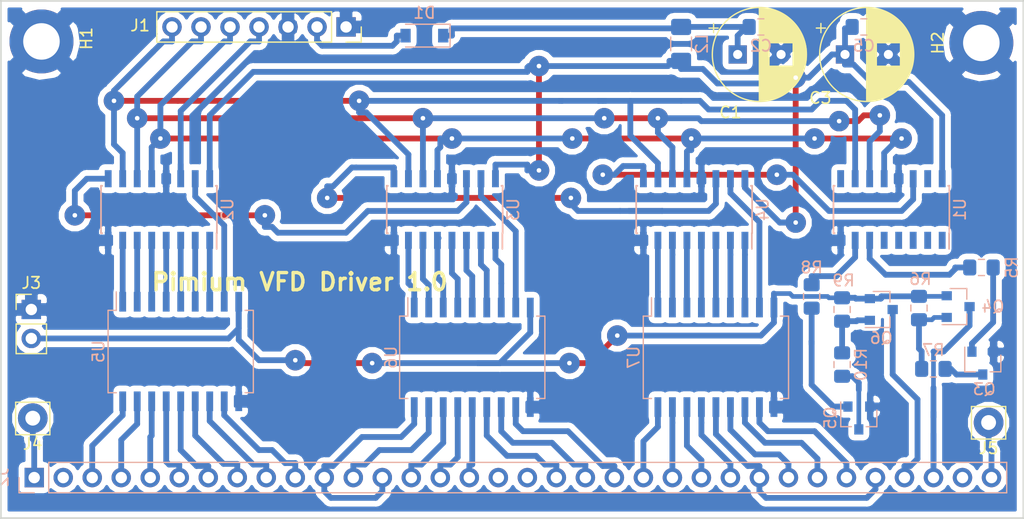
<source format=kicad_pcb>
(kicad_pcb (version 20171130) (host pcbnew 5.0.2-bee76a0~70~ubuntu16.04.1)
  (layers (0 F.Cu signal) (31 B.Cu signal hide) (34 B.Paste user) (35 F.Paste user) (36 B.SilkS user) (37 F.SilkS user) (38 B.Mask user) (39 F.Mask user) (44 Edge.Cuts user))
  (net 0 "")
  (net 1 GND)
  (net 2 VCC)
  (net 3 +36V)
  (net 4 /S9)
  (net 5 /G7)
  (net 6 /S6)
  (net 7 /S5)
  (net 8 /G5)
  (net 9 /S1)
  (net 10 /g)
  (net 11 /f)
  (net 12 /G2)
  (net 13 /c)
  (net 14 /b)
  (net 15 /S12)
  (net 16 /S11)
  (net 17 /S8)
  (net 18 /S7)
  (net 19 /G6)
  (net 20 /S4)
  (net 21 /S3)
  (net 22 /S2)
  (net 23 /G4)
  (net 24 /G3)
  (net 25 /e)
  (net 26 /d)
  (net 27 /G1)
  (net 28 /S10)
  (net 29 /RCLK)
  (net 30 /SRCLK)
  (net 31 /DATA)
  (net 32 "Net-(Q3-Pad1)")
  (net 33 "Net-(Q3-Pad3)")
  (net 34 "Net-(Q4-Pad1)")
  (net 35 "Net-(Q5-Pad1)")
  (net 36 "Net-(Q5-Pad3)")
  (net 37 "Net-(Q6-Pad1)")
  (net 38 /Q2)
  (net 39 /Q0)
  (net 40 /Q1)
  (net 41 /Q1B)
  (net 42 /Q1C)
  (net 43 /Q1D)
  (net 44 /Q1E)
  (net 45 /Q1F)
  (net 46 /Q1G)
  (net 47 /Q1H)
  (net 48 /Q1A)
  (net 49 /Q2A)
  (net 50 /Q2H)
  (net 51 /Q2G)
  (net 52 /Q2F)
  (net 53 /Q2E)
  (net 54 /Q2D)
  (net 55 /Q2C)
  (net 56 /Q2B)
  (net 57 /Q3B)
  (net 58 /Q3C)
  (net 59 /Q3D)
  (net 60 /Q3E)
  (net 61 /Q3F)
  (net 62 /Q3G)
  (net 63 /Q3H)
  (net 64 /Q3A)
  (net 65 /a)
  (net 66 VDD)
  (net 67 "Net-(J2-Pad1)")
  (net 68 "Net-(J2-Pad34)")
  (net 69 /~SRCLR)
  (net 70 /Q4G)
  (net 71 /Q4H)
  (net 72 "Net-(C1-Pad1)")
  (module Diode_SMD:D_SOD-123 (layer B.Cu) (at 70.739 32.004 180)
    (fp_text reference D1 (at 0 2 180) (layer B.SilkS) (effects (justify mirror)))
    (fp_text value SD103BW)
    (pad 1 smd rect (at -1.65 0 180) (size 0.9 1.2) (layers B.Cu B.Paste B.Mask) (net 72 "Net-(C1-Pad1)"))
    (pad 2 smd rect (at 1.65 0 180) (size 0.9 1.2) (layers B.Cu B.Paste B.Mask) (net 66 VDD))
  )
  (module Capacitor_THT:CP_Radial_D8.0mm_P3.80mm (layer F.Cu) (at 98.171 33.655)
    (fp_text reference C1 (at -0.635 5.08) (layer F.SilkS))
    (fp_text value 10u)
    (pad 1 thru_hole rect (at 0 0) (size 1.6 1.6) (drill 0.8) (layers *.Cu *.Mask) (net 72 "Net-(C1-Pad1)"))
    (pad 2 thru_hole circle (at 3.8 0) (size 1.6 1.6) (drill 0.8) (layers *.Cu *.Mask) (net 1 GND))
  )
  (module Connector_PinSocket_2.54mm:PinSocket_1x34_P2.54mm_Vertical (layer B.Cu) (at 36.576 70.739 270)
    (fp_text reference J2 (at 0 2.77 270) (layer B.SilkS) (effects (justify mirror)))
    (fp_text value futaba_7_lt_44z)
    (pad 1 thru_hole rect (at 0 0 270) (size 1.7 1.7) (drill 1) (layers *.Cu *.Mask) (net 67 "Net-(J2-Pad1)"))
    (pad 2 thru_hole oval (at 0 -2.54 270) (size 1.7 1.7) (drill 1) (layers *.Cu *.Mask))
    (pad 3 thru_hole oval (at 0 -5.08 270) (size 1.7 1.7) (drill 1) (layers *.Cu *.Mask) (net 4 /S9))
    (pad 4 thru_hole oval (at 0 -7.62 270) (size 1.7 1.7) (drill 1) (layers *.Cu *.Mask) (net 17 /S8))
    (pad 5 thru_hole oval (at 0 -10.16 270) (size 1.7 1.7) (drill 1) (layers *.Cu *.Mask) (net 5 /G7))
    (pad 6 thru_hole oval (at 0 -12.7 270) (size 1.7 1.7) (drill 1) (layers *.Cu *.Mask) (net 18 /S7))
    (pad 7 thru_hole oval (at 0 -15.24 270) (size 1.7 1.7) (drill 1) (layers *.Cu *.Mask) (net 6 /S6))
    (pad 8 thru_hole oval (at 0 -17.78 270) (size 1.7 1.7) (drill 1) (layers *.Cu *.Mask) (net 19 /G6))
    (pad 9 thru_hole oval (at 0 -20.32 270) (size 1.7 1.7) (drill 1) (layers *.Cu *.Mask) (net 7 /S5))
    (pad 10 thru_hole oval (at 0 -22.86 270) (size 1.7 1.7) (drill 1) (layers *.Cu *.Mask) (net 20 /S4))
    (pad 11 thru_hole oval (at 0 -25.4 270) (size 1.7 1.7) (drill 1) (layers *.Cu *.Mask) (net 8 /G5))
    (pad 12 thru_hole oval (at 0 -27.94 270) (size 1.7 1.7) (drill 1) (layers *.Cu *.Mask) (net 21 /S3))
    (pad 13 thru_hole oval (at 0 -30.48 270) (size 1.7 1.7) (drill 1) (layers *.Cu *.Mask) (net 8 /G5))
    (pad 14 thru_hole oval (at 0 -33.02 270) (size 1.7 1.7) (drill 1) (layers *.Cu *.Mask) (net 22 /S2))
    (pad 15 thru_hole oval (at 0 -35.56 270) (size 1.7 1.7) (drill 1) (layers *.Cu *.Mask) (net 9 /S1))
    (pad 16 thru_hole oval (at 0 -38.1 270) (size 1.7 1.7) (drill 1) (layers *.Cu *.Mask) (net 23 /G4))
    (pad 17 thru_hole oval (at 0 -40.64 270) (size 1.7 1.7) (drill 1) (layers *.Cu *.Mask))
    (pad 18 thru_hole oval (at 0 -43.18 270) (size 1.7 1.7) (drill 1) (layers *.Cu *.Mask))
    (pad 19 thru_hole oval (at 0 -45.72 270) (size 1.7 1.7) (drill 1) (layers *.Cu *.Mask) (net 10 /g))
    (pad 20 thru_hole oval (at 0 -48.26 270) (size 1.7 1.7) (drill 1) (layers *.Cu *.Mask) (net 24 /G3))
    (pad 21 thru_hole oval (at 0 -50.8 270) (size 1.7 1.7) (drill 1) (layers *.Cu *.Mask) (net 11 /f))
    (pad 22 thru_hole oval (at 0 -53.34 270) (size 1.7 1.7) (drill 1) (layers *.Cu *.Mask) (net 25 /e))
    (pad 23 thru_hole oval (at 0 -55.88 270) (size 1.7 1.7) (drill 1) (layers *.Cu *.Mask) (net 12 /G2))
    (pad 24 thru_hole oval (at 0 -58.42 270) (size 1.7 1.7) (drill 1) (layers *.Cu *.Mask) (net 26 /d))
    (pad 25 thru_hole oval (at 0 -60.96 270) (size 1.7 1.7) (drill 1) (layers *.Cu *.Mask) (net 13 /c))
    (pad 26 thru_hole oval (at 0 -63.5 270) (size 1.7 1.7) (drill 1) (layers *.Cu *.Mask) (net 27 /G1))
    (pad 27 thru_hole oval (at 0 -66.04 270) (size 1.7 1.7) (drill 1) (layers *.Cu *.Mask) (net 14 /b))
    (pad 28 thru_hole oval (at 0 -68.58 270) (size 1.7 1.7) (drill 1) (layers *.Cu *.Mask) (net 65 /a))
    (pad 29 thru_hole oval (at 0 -71.12 270) (size 1.7 1.7) (drill 1) (layers *.Cu *.Mask) (net 15 /S12))
    (pad 30 thru_hole oval (at 0 -73.66 270) (size 1.7 1.7) (drill 1) (layers *.Cu *.Mask) (net 27 /G1))
    (pad 31 thru_hole oval (at 0 -76.2 270) (size 1.7 1.7) (drill 1) (layers *.Cu *.Mask) (net 16 /S11))
    (pad 32 thru_hole oval (at 0 -78.74 270) (size 1.7 1.7) (drill 1) (layers *.Cu *.Mask) (net 28 /S10))
    (pad 33 thru_hole oval (at 0 -81.28 270) (size 1.7 1.7) (drill 1) (layers *.Cu *.Mask))
    (pad 34 thru_hole oval (at 0 -83.82 270) (size 1.7 1.7) (drill 1) (layers *.Cu *.Mask) (net 68 "Net-(J2-Pad34)"))
  )
  (module Resistor_SMD:R_0805_2012Metric_Pad1.15x1.40mm_HandSolder (layer B.Cu) (at 119.516 52.324)
    (fp_text reference R5 (at 2.658 0 90) (layer B.SilkS) (effects (justify mirror)))
    (fp_text value 33k)
    (pad 2 smd roundrect (at 1.025 0) (size 1.15 1.4) (layers B.Cu B.Paste B.Mask) (roundrect_rratio 0.217391) (net 32 "Net-(Q3-Pad1)"))
    (pad 1 smd roundrect (at -1.025 0) (size 1.15 1.4) (layers B.Cu B.Paste B.Mask) (roundrect_rratio 0.217391) (net 70 /Q4G))
  )
  (module Package_SO:SOIC-16_3.9x9.9mm_P1.27mm (layer B.Cu) (at 47.498 47.244 90)
    (fp_text reference U2 (at 0 6 90) (layer B.SilkS) (effects (justify mirror)))
    (fp_text value 74HC595)
    (pad 1 smd rect (at -2.7 4.445 90) (size 1.5 0.6) (layers B.Cu B.Paste B.Mask) (net 41 /Q1B))
    (pad 2 smd rect (at -2.7 3.175 90) (size 1.5 0.6) (layers B.Cu B.Paste B.Mask) (net 42 /Q1C))
    (pad 3 smd rect (at -2.7 1.905 90) (size 1.5 0.6) (layers B.Cu B.Paste B.Mask) (net 43 /Q1D))
    (pad 4 smd rect (at -2.7 0.635 90) (size 1.5 0.6) (layers B.Cu B.Paste B.Mask) (net 44 /Q1E))
    (pad 5 smd rect (at -2.7 -0.635 90) (size 1.5 0.6) (layers B.Cu B.Paste B.Mask) (net 45 /Q1F))
    (pad 6 smd rect (at -2.7 -1.905 90) (size 1.5 0.6) (layers B.Cu B.Paste B.Mask) (net 46 /Q1G))
    (pad 7 smd rect (at -2.7 -3.175 90) (size 1.5 0.6) (layers B.Cu B.Paste B.Mask) (net 47 /Q1H))
    (pad 8 smd rect (at -2.7 -4.445 90) (size 1.5 0.6) (layers B.Cu B.Paste B.Mask) (net 1 GND))
    (pad 9 smd rect (at 2.7 -4.445 90) (size 1.5 0.6) (layers B.Cu B.Paste B.Mask) (net 39 /Q0))
    (pad 10 smd rect (at 2.7 -3.175 90) (size 1.5 0.6) (layers B.Cu B.Paste B.Mask) (net 69 /~SRCLR))
    (pad 11 smd rect (at 2.7 -1.905 90) (size 1.5 0.6) (layers B.Cu B.Paste B.Mask) (net 30 /SRCLK))
    (pad 12 smd rect (at 2.7 -0.635 90) (size 1.5 0.6) (layers B.Cu B.Paste B.Mask) (net 29 /RCLK))
    (pad 13 smd rect (at 2.7 0.635 90) (size 1.5 0.6) (layers B.Cu B.Paste B.Mask) (net 1 GND))
    (pad 14 smd rect (at 2.7 1.905 90) (size 1.5 0.6) (layers B.Cu B.Paste B.Mask) (net 31 /DATA))
    (pad 15 smd rect (at 2.7 3.175 90) (size 1.5 0.6) (layers B.Cu B.Paste B.Mask) (net 48 /Q1A))
    (pad 16 smd rect (at 2.7 4.445 90) (size 1.5 0.6) (layers B.Cu B.Paste B.Mask) (net 2 VCC))
  )
  (module Package_TO_SOT_SMD:SOT-23 (layer B.Cu) (at 119.634 60.706 270)
    (fp_text reference Q3 (at 2.286 -0.127) (layer B.SilkS) (effects (justify mirror)))
    (fp_text value BC817)
    (pad 1 smd rect (at -1 0.95 270) (size 0.9 0.8) (layers B.Cu B.Paste B.Mask) (net 32 "Net-(Q3-Pad1)"))
    (pad 2 smd rect (at -1 -0.95 270) (size 0.9 0.8) (layers B.Cu B.Paste B.Mask) (net 1 GND))
    (pad 3 smd rect (at 1 0 270) (size 0.9 0.8) (layers B.Cu B.Paste B.Mask) (net 33 "Net-(Q3-Pad3)"))
  )
  (module Package_TO_SOT_SMD:SOT-23 (layer B.Cu) (at 117.475 55.753)
    (fp_text reference Q4 (at 3.048 0) (layer B.SilkS) (effects (justify mirror)))
    (fp_text value BC807)
    (pad 3 smd rect (at 1 0) (size 0.9 0.8) (layers B.Cu B.Paste B.Mask) (net 28 /S10))
    (pad 2 smd rect (at -1 -0.95) (size 0.9 0.8) (layers B.Cu B.Paste B.Mask) (net 3 +36V))
    (pad 1 smd rect (at -1 0.95) (size 0.9 0.8) (layers B.Cu B.Paste B.Mask) (net 34 "Net-(Q4-Pad1)"))
  )
  (module Package_TO_SOT_SMD:SOT-23 (layer B.Cu) (at 108.778 65.516 270)
    (fp_text reference Q5 (at 0 2.5 270) (layer B.SilkS) (effects (justify mirror)))
    (fp_text value BC817)
    (pad 1 smd rect (at -1 0.95 270) (size 0.9 0.8) (layers B.Cu B.Paste B.Mask) (net 35 "Net-(Q5-Pad1)"))
    (pad 2 smd rect (at -1 -0.95 270) (size 0.9 0.8) (layers B.Cu B.Paste B.Mask) (net 1 GND))
    (pad 3 smd rect (at 1 0 270) (size 0.9 0.8) (layers B.Cu B.Paste B.Mask) (net 36 "Net-(Q5-Pad3)"))
  )
  (module Package_TO_SOT_SMD:SOT-23 (layer B.Cu) (at 110.744 56.007)
    (fp_text reference Q6 (at 0 2.5) (layer B.SilkS) (effects (justify mirror)))
    (fp_text value BC807)
    (pad 3 smd rect (at 1 0) (size 0.9 0.8) (layers B.Cu B.Paste B.Mask) (net 16 /S11))
    (pad 2 smd rect (at -1 -0.95) (size 0.9 0.8) (layers B.Cu B.Paste B.Mask) (net 3 +36V))
    (pad 1 smd rect (at -1 0.95) (size 0.9 0.8) (layers B.Cu B.Paste B.Mask) (net 37 "Net-(Q6-Pad1)"))
  )
  (module Resistor_SMD:R_0805_2012Metric_Pad1.15x1.40mm_HandSolder (layer B.Cu) (at 114.046 55.88 270)
    (fp_text reference R6 (at -2.54 -0.127) (layer B.SilkS) (effects (justify mirror)))
    (fp_text value 100k)
    (pad 2 smd roundrect (at 1.025 0 270) (size 1.15 1.4) (layers B.Cu B.Paste B.Mask) (roundrect_rratio 0.217391) (net 34 "Net-(Q4-Pad1)"))
    (pad 1 smd roundrect (at -1.025 0 270) (size 1.15 1.4) (layers B.Cu B.Paste B.Mask) (roundrect_rratio 0.217391) (net 3 +36V))
  )
  (module Resistor_SMD:R_0805_2012Metric_Pad1.15x1.40mm_HandSolder (layer B.Cu) (at 115.307 61.214 180)
    (fp_text reference R7 (at 0 1.65 180) (layer B.SilkS) (effects (justify mirror)))
    (fp_text value 33k)
    (pad 1 smd roundrect (at -1.025 0 180) (size 1.15 1.4) (layers B.Cu B.Paste B.Mask) (roundrect_rratio 0.217391) (net 33 "Net-(Q3-Pad3)"))
    (pad 2 smd roundrect (at 1.025 0 180) (size 1.15 1.4) (layers B.Cu B.Paste B.Mask) (roundrect_rratio 0.217391) (net 34 "Net-(Q4-Pad1)"))
  )
  (module Resistor_SMD:R_0805_2012Metric_Pad1.15x1.40mm_HandSolder (layer B.Cu) (at 104.648 54.864 270)
    (fp_text reference R8 (at -2.54 0) (layer B.SilkS) (effects (justify mirror)))
    (fp_text value 33k)
    (pad 1 smd roundrect (at -1.025 0 270) (size 1.15 1.4) (layers B.Cu B.Paste B.Mask) (roundrect_rratio 0.217391) (net 71 /Q4H))
    (pad 2 smd roundrect (at 1.025 0 270) (size 1.15 1.4) (layers B.Cu B.Paste B.Mask) (roundrect_rratio 0.217391) (net 35 "Net-(Q5-Pad1)"))
  )
  (module Resistor_SMD:R_0805_2012Metric_Pad1.15x1.40mm_HandSolder (layer B.Cu) (at 107.315 56.007 270)
    (fp_text reference R9 (at -2.54 -0.127) (layer B.SilkS) (effects (justify mirror)))
    (fp_text value 100k)
    (pad 1 smd roundrect (at -1.025 0 270) (size 1.15 1.4) (layers B.Cu B.Paste B.Mask) (roundrect_rratio 0.217391) (net 3 +36V))
    (pad 2 smd roundrect (at 1.025 0 270) (size 1.15 1.4) (layers B.Cu B.Paste B.Mask) (roundrect_rratio 0.217391) (net 37 "Net-(Q6-Pad1)"))
  )
  (module Resistor_SMD:R_0805_2012Metric_Pad1.15x1.40mm_HandSolder (layer B.Cu) (at 107.315 60.833 90)
    (fp_text reference R10 (at 0 1.65 90) (layer B.SilkS) (effects (justify mirror)))
    (fp_text value 33k)
    (pad 2 smd roundrect (at 1.025 0 90) (size 1.15 1.4) (layers B.Cu B.Paste B.Mask) (roundrect_rratio 0.217391) (net 37 "Net-(Q6-Pad1)"))
    (pad 1 smd roundrect (at -1.025 0 90) (size 1.15 1.4) (layers B.Cu B.Paste B.Mask) (roundrect_rratio 0.217391) (net 36 "Net-(Q5-Pad3)"))
  )
  (module Package_SO:SOIC-16_3.9x9.9mm_P1.27mm (layer B.Cu) (at 72.517 47.244 90)
    (fp_text reference U3 (at 0 6 90) (layer B.SilkS) (effects (justify mirror)))
    (fp_text value 74HC595)
    (pad 16 smd rect (at 2.7 4.445 90) (size 1.5 0.6) (layers B.Cu B.Paste B.Mask) (net 2 VCC))
    (pad 15 smd rect (at 2.7 3.175 90) (size 1.5 0.6) (layers B.Cu B.Paste B.Mask) (net 49 /Q2A))
    (pad 14 smd rect (at 2.7 1.905 90) (size 1.5 0.6) (layers B.Cu B.Paste B.Mask) (net 39 /Q0))
    (pad 13 smd rect (at 2.7 0.635 90) (size 1.5 0.6) (layers B.Cu B.Paste B.Mask) (net 1 GND))
    (pad 12 smd rect (at 2.7 -0.635 90) (size 1.5 0.6) (layers B.Cu B.Paste B.Mask) (net 29 /RCLK))
    (pad 11 smd rect (at 2.7 -1.905 90) (size 1.5 0.6) (layers B.Cu B.Paste B.Mask) (net 30 /SRCLK))
    (pad 10 smd rect (at 2.7 -3.175 90) (size 1.5 0.6) (layers B.Cu B.Paste B.Mask) (net 69 /~SRCLR))
    (pad 9 smd rect (at 2.7 -4.445 90) (size 1.5 0.6) (layers B.Cu B.Paste B.Mask) (net 40 /Q1))
    (pad 8 smd rect (at -2.7 -4.445 90) (size 1.5 0.6) (layers B.Cu B.Paste B.Mask) (net 1 GND))
    (pad 7 smd rect (at -2.7 -3.175 90) (size 1.5 0.6) (layers B.Cu B.Paste B.Mask) (net 50 /Q2H))
    (pad 6 smd rect (at -2.7 -1.905 90) (size 1.5 0.6) (layers B.Cu B.Paste B.Mask) (net 51 /Q2G))
    (pad 5 smd rect (at -2.7 -0.635 90) (size 1.5 0.6) (layers B.Cu B.Paste B.Mask) (net 52 /Q2F))
    (pad 4 smd rect (at -2.7 0.635 90) (size 1.5 0.6) (layers B.Cu B.Paste B.Mask) (net 53 /Q2E))
    (pad 3 smd rect (at -2.7 1.905 90) (size 1.5 0.6) (layers B.Cu B.Paste B.Mask) (net 54 /Q2D))
    (pad 2 smd rect (at -2.7 3.175 90) (size 1.5 0.6) (layers B.Cu B.Paste B.Mask) (net 55 /Q2C))
    (pad 1 smd rect (at -2.7 4.445 90) (size 1.5 0.6) (layers B.Cu B.Paste B.Mask) (net 56 /Q2B))
  )
  (module Package_SO:SOIC-16_3.9x9.9mm_P1.27mm (layer B.Cu) (at 94.361 47.244 90)
    (fp_text reference U4 (at 0 6 90) (layer B.SilkS) (effects (justify mirror)))
    (fp_text value 74HC595)
    (pad 1 smd rect (at -2.7 4.445 90) (size 1.5 0.6) (layers B.Cu B.Paste B.Mask) (net 57 /Q3B))
    (pad 2 smd rect (at -2.7 3.175 90) (size 1.5 0.6) (layers B.Cu B.Paste B.Mask) (net 58 /Q3C))
    (pad 3 smd rect (at -2.7 1.905 90) (size 1.5 0.6) (layers B.Cu B.Paste B.Mask) (net 59 /Q3D))
    (pad 4 smd rect (at -2.7 0.635 90) (size 1.5 0.6) (layers B.Cu B.Paste B.Mask) (net 60 /Q3E))
    (pad 5 smd rect (at -2.7 -0.635 90) (size 1.5 0.6) (layers B.Cu B.Paste B.Mask) (net 61 /Q3F))
    (pad 6 smd rect (at -2.7 -1.905 90) (size 1.5 0.6) (layers B.Cu B.Paste B.Mask) (net 62 /Q3G))
    (pad 7 smd rect (at -2.7 -3.175 90) (size 1.5 0.6) (layers B.Cu B.Paste B.Mask) (net 63 /Q3H))
    (pad 8 smd rect (at -2.7 -4.445 90) (size 1.5 0.6) (layers B.Cu B.Paste B.Mask) (net 1 GND))
    (pad 9 smd rect (at 2.7 -4.445 90) (size 1.5 0.6) (layers B.Cu B.Paste B.Mask) (net 38 /Q2))
    (pad 10 smd rect (at 2.7 -3.175 90) (size 1.5 0.6) (layers B.Cu B.Paste B.Mask) (net 69 /~SRCLR))
    (pad 11 smd rect (at 2.7 -1.905 90) (size 1.5 0.6) (layers B.Cu B.Paste B.Mask) (net 30 /SRCLK))
    (pad 12 smd rect (at 2.7 -0.635 90) (size 1.5 0.6) (layers B.Cu B.Paste B.Mask) (net 29 /RCLK))
    (pad 13 smd rect (at 2.7 0.635 90) (size 1.5 0.6) (layers B.Cu B.Paste B.Mask) (net 1 GND))
    (pad 14 smd rect (at 2.7 1.905 90) (size 1.5 0.6) (layers B.Cu B.Paste B.Mask) (net 40 /Q1))
    (pad 15 smd rect (at 2.7 3.175 90) (size 1.5 0.6) (layers B.Cu B.Paste B.Mask) (net 64 /Q3A))
    (pad 16 smd rect (at 2.7 4.445 90) (size 1.5 0.6) (layers B.Cu B.Paste B.Mask) (net 2 VCC))
  )
  (module Package_SO:SOP-18_7.0x12.5mm_P1.27mm (layer B.Cu) (at 49.403 59.69 270)
    (fp_text reference U5 (at 0 7.2 270) (layer B.SilkS) (effects (justify mirror)))
    (fp_text value TBD62783A)
    (pad 1 smd rect (at -4.3625 5.08 270) (size 1.725 0.6) (layers B.Cu B.Paste B.Mask) (net 47 /Q1H))
    (pad 2 smd rect (at -4.3625 3.81 270) (size 1.725 0.6) (layers B.Cu B.Paste B.Mask) (net 46 /Q1G))
    (pad 3 smd rect (at -4.3625 2.54 270) (size 1.725 0.6) (layers B.Cu B.Paste B.Mask) (net 45 /Q1F))
    (pad 4 smd rect (at -4.3625 1.27 270) (size 1.725 0.6) (layers B.Cu B.Paste B.Mask) (net 44 /Q1E))
    (pad 5 smd rect (at -4.3625 0 270) (size 1.725 0.6) (layers B.Cu B.Paste B.Mask) (net 43 /Q1D))
    (pad 6 smd rect (at -4.3625 -1.27 270) (size 1.725 0.6) (layers B.Cu B.Paste B.Mask) (net 42 /Q1C))
    (pad 7 smd rect (at -4.3625 -2.54 270) (size 1.725 0.6) (layers B.Cu B.Paste B.Mask) (net 41 /Q1B))
    (pad 8 smd rect (at -4.3625 -3.81 270) (size 1.725 0.6) (layers B.Cu B.Paste B.Mask) (net 48 /Q1A))
    (pad 9 smd rect (at -4.3625 -5.08 270) (size 1.725 0.6) (layers B.Cu B.Paste B.Mask) (net 3 +36V))
    (pad 18 smd rect (at 4.3625 5.08 270) (size 1.725 0.6) (layers B.Cu B.Paste B.Mask) (net 4 /S9))
    (pad 17 smd rect (at 4.3625 3.81 270) (size 1.725 0.6) (layers B.Cu B.Paste B.Mask) (net 17 /S8))
    (pad 16 smd rect (at 4.3625 2.54 270) (size 1.725 0.6) (layers B.Cu B.Paste B.Mask) (net 5 /G7))
    (pad 15 smd rect (at 4.3625 1.27 270) (size 1.725 0.6) (layers B.Cu B.Paste B.Mask) (net 18 /S7))
    (pad 14 smd rect (at 4.3625 0 270) (size 1.725 0.6) (layers B.Cu B.Paste B.Mask) (net 6 /S6))
    (pad 13 smd rect (at 4.3625 -1.27 270) (size 1.725 0.6) (layers B.Cu B.Paste B.Mask) (net 19 /G6))
    (pad 12 smd rect (at 4.3625 -2.54 270) (size 1.725 0.6) (layers B.Cu B.Paste B.Mask) (net 7 /S5))
    (pad 11 smd rect (at 4.3625 -3.81 270) (size 1.725 0.6) (layers B.Cu B.Paste B.Mask) (net 20 /S4))
    (pad 10 smd rect (at 4.3625 -5.08 270) (size 1.725 0.6) (layers B.Cu B.Paste B.Mask) (net 1 GND))
  )
  (module Package_SO:SOP-18_7.0x12.5mm_P1.27mm (layer B.Cu) (at 74.93 60.198 270)
    (fp_text reference U6 (at 0 7.112 90) (layer B.SilkS) (effects (justify mirror)))
    (fp_text value TBD62783A)
    (pad 10 smd rect (at 4.3625 -5.08 270) (size 1.725 0.6) (layers B.Cu B.Paste B.Mask) (net 1 GND))
    (pad 11 smd rect (at 4.3625 -3.81 270) (size 1.725 0.6) (layers B.Cu B.Paste B.Mask) (net 11 /f))
    (pad 12 smd rect (at 4.3625 -2.54 270) (size 1.725 0.6) (layers B.Cu B.Paste B.Mask) (net 24 /G3))
    (pad 13 smd rect (at 4.3625 -1.27 270) (size 1.725 0.6) (layers B.Cu B.Paste B.Mask) (net 10 /g))
    (pad 14 smd rect (at 4.3625 0 270) (size 1.725 0.6) (layers B.Cu B.Paste B.Mask) (net 23 /G4))
    (pad 15 smd rect (at 4.3625 1.27 270) (size 1.725 0.6) (layers B.Cu B.Paste B.Mask) (net 9 /S1))
    (pad 16 smd rect (at 4.3625 2.54 270) (size 1.725 0.6) (layers B.Cu B.Paste B.Mask) (net 22 /S2))
    (pad 17 smd rect (at 4.3625 3.81 270) (size 1.725 0.6) (layers B.Cu B.Paste B.Mask) (net 21 /S3))
    (pad 18 smd rect (at 4.3625 5.08 270) (size 1.725 0.6) (layers B.Cu B.Paste B.Mask) (net 8 /G5))
    (pad 9 smd rect (at -4.3625 -5.08 270) (size 1.725 0.6) (layers B.Cu B.Paste B.Mask) (net 3 +36V))
    (pad 8 smd rect (at -4.3625 -3.81 270) (size 1.725 0.6) (layers B.Cu B.Paste B.Mask) (net 49 /Q2A))
    (pad 7 smd rect (at -4.3625 -2.54 270) (size 1.725 0.6) (layers B.Cu B.Paste B.Mask) (net 56 /Q2B))
    (pad 6 smd rect (at -4.3625 -1.27 270) (size 1.725 0.6) (layers B.Cu B.Paste B.Mask) (net 55 /Q2C))
    (pad 5 smd rect (at -4.3625 0 270) (size 1.725 0.6) (layers B.Cu B.Paste B.Mask) (net 54 /Q2D))
    (pad 4 smd rect (at -4.3625 1.27 270) (size 1.725 0.6) (layers B.Cu B.Paste B.Mask) (net 53 /Q2E))
    (pad 3 smd rect (at -4.3625 2.54 270) (size 1.725 0.6) (layers B.Cu B.Paste B.Mask) (net 52 /Q2F))
    (pad 2 smd rect (at -4.3625 3.81 270) (size 1.725 0.6) (layers B.Cu B.Paste B.Mask) (net 51 /Q2G))
    (pad 1 smd rect (at -4.3625 5.08 270) (size 1.725 0.6) (layers B.Cu B.Paste B.Mask) (net 50 /Q2H))
  )
  (module Package_SO:SOP-18_7.0x12.5mm_P1.27mm (layer B.Cu) (at 96.266 60.198 270)
    (fp_text reference U7 (at 0 7.2 270) (layer B.SilkS) (effects (justify mirror)))
    (fp_text value TBD62783A)
    (pad 1 smd rect (at -4.3625 5.08 270) (size 1.725 0.6) (layers B.Cu B.Paste B.Mask) (net 63 /Q3H))
    (pad 2 smd rect (at -4.3625 3.81 270) (size 1.725 0.6) (layers B.Cu B.Paste B.Mask) (net 62 /Q3G))
    (pad 3 smd rect (at -4.3625 2.54 270) (size 1.725 0.6) (layers B.Cu B.Paste B.Mask) (net 61 /Q3F))
    (pad 4 smd rect (at -4.3625 1.27 270) (size 1.725 0.6) (layers B.Cu B.Paste B.Mask) (net 60 /Q3E))
    (pad 5 smd rect (at -4.3625 0 270) (size 1.725 0.6) (layers B.Cu B.Paste B.Mask) (net 59 /Q3D))
    (pad 6 smd rect (at -4.3625 -1.27 270) (size 1.725 0.6) (layers B.Cu B.Paste B.Mask) (net 58 /Q3C))
    (pad 7 smd rect (at -4.3625 -2.54 270) (size 1.725 0.6) (layers B.Cu B.Paste B.Mask) (net 57 /Q3B))
    (pad 8 smd rect (at -4.3625 -3.81 270) (size 1.725 0.6) (layers B.Cu B.Paste B.Mask) (net 64 /Q3A))
    (pad 9 smd rect (at -4.3625 -5.08 270) (size 1.725 0.6) (layers B.Cu B.Paste B.Mask) (net 3 +36V))
    (pad 18 smd rect (at 4.3625 5.08 270) (size 1.725 0.6) (layers B.Cu B.Paste B.Mask) (net 25 /e))
    (pad 17 smd rect (at 4.3625 3.81 270) (size 1.725 0.6) (layers B.Cu B.Paste B.Mask) (net 12 /G2))
    (pad 16 smd rect (at 4.3625 2.54 270) (size 1.725 0.6) (layers B.Cu B.Paste B.Mask) (net 26 /d))
    (pad 15 smd rect (at 4.3625 1.27 270) (size 1.725 0.6) (layers B.Cu B.Paste B.Mask) (net 13 /c))
    (pad 14 smd rect (at 4.3625 0 270) (size 1.725 0.6) (layers B.Cu B.Paste B.Mask) (net 27 /G1))
    (pad 13 smd rect (at 4.3625 -1.27 270) (size 1.725 0.6) (layers B.Cu B.Paste B.Mask) (net 14 /b))
    (pad 12 smd rect (at 4.3625 -2.54 270) (size 1.725 0.6) (layers B.Cu B.Paste B.Mask) (net 65 /a))
    (pad 11 smd rect (at 4.3625 -3.81 270) (size 1.725 0.6) (layers B.Cu B.Paste B.Mask) (net 15 /S12))
    (pad 10 smd rect (at 4.3625 -5.08 270) (size 1.725 0.6) (layers B.Cu B.Paste B.Mask) (net 1 GND))
  )
  (module MountingHole:MountingHole_3.2mm_M3_DIN965_Pad (layer F.Cu) (at 37.211 32.512)
    (fp_text reference H1 (at 3.937 -0.254 90) (layer F.SilkS))
    (fp_text value MH)
    (pad 1 thru_hole circle (at 0 0) (size 5.6 5.6) (drill 3.2) (layers *.Cu *.Mask) (net 1 GND))
  )
  (module MountingHole:MountingHole_3.2mm_M3_DIN965_Pad (layer F.Cu) (at 119.507 32.639)
    (fp_text reference H2 (at -3.81 0 90) (layer F.SilkS))
    (fp_text value MH)
    (pad 1 thru_hole circle (at 0 0) (size 5.6 5.6) (drill 3.2) (layers *.Cu *.Mask) (net 1 GND))
  )
  (module Capacitor_SMD:C_0805_2012Metric_Pad1.15x1.40mm_HandSolder (layer B.Cu) (at 100.203 31.242)
    (fp_text reference C2 (at 0 1.65) (layer B.SilkS) (effects (justify mirror)))
    (fp_text value 100n)
    (pad 1 smd roundrect (at -1.025 0) (size 1.15 1.4) (layers B.Cu B.Paste B.Mask) (roundrect_rratio 0.217391) (net 72 "Net-(C1-Pad1)"))
    (pad 2 smd roundrect (at 1.025 0) (size 1.15 1.4) (layers B.Cu B.Paste B.Mask) (roundrect_rratio 0.217391) (net 1 GND))
  )
  (module Capacitor_SMD:C_0805_2012Metric_Pad1.15x1.40mm_HandSolder (layer B.Cu) (at 109.22 31.242)
    (fp_text reference C5 (at 0 1.65) (layer B.SilkS) (effects (justify mirror)))
    (fp_text value 10n)
    (pad 2 smd roundrect (at 1.025 0) (size 1.15 1.4) (layers B.Cu B.Paste B.Mask) (roundrect_rratio 0.217391) (net 1 GND))
    (pad 1 smd roundrect (at -1.025 0) (size 1.15 1.4) (layers B.Cu B.Paste B.Mask) (roundrect_rratio 0.217391) (net 2 VCC))
  )
  (module Inductor_SMD:L_1206_3216Metric_Pad1.42x1.75mm_HandSolder (layer B.Cu) (at 93.218 32.7295 90)
    (fp_text reference L2 (at 0 1.82 90) (layer B.SilkS) (effects (justify mirror)))
    (fp_text value 33)
    (pad 1 smd roundrect (at -1.4875 0 90) (size 1.425 1.75) (layers B.Cu B.Paste B.Mask) (roundrect_rratio 0.175439) (net 2 VCC))
    (pad 2 smd roundrect (at 1.4875 0 90) (size 1.425 1.75) (layers B.Cu B.Paste B.Mask) (roundrect_rratio 0.175439) (net 72 "Net-(C1-Pad1)"))
  )
  (module Capacitor_THT:CP_Radial_D8.0mm_P3.80mm (layer F.Cu) (at 107.569 33.655)
    (fp_text reference C3 (at -2.159 3.81) (layer F.SilkS))
    (fp_text value 10u)
    (pad 1 thru_hole rect (at 0 0) (size 1.6 1.6) (drill 0.8) (layers *.Cu *.Mask) (net 2 VCC))
    (pad 2 thru_hole circle (at 3.8 0) (size 1.6 1.6) (drill 0.8) (layers *.Cu *.Mask) (net 1 GND))
  )
  (module Connector_PinSocket_2.54mm:PinSocket_1x07_P2.54mm_Vertical (layer F.Cu) (at 63.881 31.242 270)
    (fp_text reference J1 (at -0.127 18.034) (layer F.SilkS))
    (fp_text value Input)
    (pad 1 thru_hole rect (at 0 0 270) (size 1.7 1.7) (drill 1) (layers *.Cu *.Mask) (net 1 GND))
    (pad 2 thru_hole oval (at 0 2.54 270) (size 1.7 1.7) (drill 1) (layers *.Cu *.Mask) (net 66 VDD))
    (pad 3 thru_hole oval (at 0 5.08 270) (size 1.7 1.7) (drill 1) (layers *.Cu *.Mask) (net 1 GND))
    (pad 4 thru_hole oval (at 0 7.62 270) (size 1.7 1.7) (drill 1) (layers *.Cu *.Mask) (net 31 /DATA))
    (pad 5 thru_hole oval (at 0 10.16 270) (size 1.7 1.7) (drill 1) (layers *.Cu *.Mask) (net 29 /RCLK))
    (pad 6 thru_hole oval (at 0 12.7 270) (size 1.7 1.7) (drill 1) (layers *.Cu *.Mask) (net 30 /SRCLK))
    (pad 7 thru_hole oval (at 0 15.24 270) (size 1.7 1.7) (drill 1) (layers *.Cu *.Mask) (net 69 /~SRCLR))
  )
  (module Connector_Pin:Pin_D1.4mm_L8.5mm_W2.8mm_FlatFork (layer F.Cu) (at 36.449 65.532)
    (fp_text reference J4 (at 0 2.25) (layer F.SilkS))
    (fp_text value FIL_n)
    (pad 1 thru_hole circle (at 0 0) (size 2.6 2.6) (drill 1.3) (layers *.Cu *.Mask) (net 67 "Net-(J2-Pad1)"))
  )
  (module Connector_Pin:Pin_D1.4mm_L8.5mm_W2.8mm_FlatFork (layer F.Cu) (at 120.142 65.913)
    (fp_text reference J5 (at 0 2.25) (layer F.SilkS))
    (fp_text value FIL_p)
    (pad 1 thru_hole circle (at 0 0) (size 2.6 2.6) (drill 1.3) (layers *.Cu *.Mask) (net 68 "Net-(J2-Pad34)"))
  )
  (module Connector_PinHeader_2.54mm:PinHeader_1x02_P2.54mm_Vertical (layer F.Cu) (at 36.322 56.007)
    (fp_text reference J3 (at 0 -2.33) (layer F.SilkS))
    (fp_text value "High Volt")
    (pad 1 thru_hole rect (at 0 0) (size 1.7 1.7) (drill 1) (layers *.Cu *.Mask) (net 1 GND))
    (pad 2 thru_hole oval (at 0 2.54) (size 1.7 1.7) (drill 1) (layers *.Cu *.Mask) (net 3 +36V))
  )
  (module Package_SO:SOIC-16_3.9x9.9mm_P1.27mm (layer B.Cu) (at 111.633 47.244 90)
    (fp_text reference U1 (at 0 6 90) (layer B.SilkS) (effects (justify mirror)))
    (fp_text value 74HC595)
    (pad 1 smd rect (at -2.7 4.445 90) (size 1.5 0.6) (layers B.Cu B.Paste B.Mask))
    (pad 2 smd rect (at -2.7 3.175 90) (size 1.5 0.6) (layers B.Cu B.Paste B.Mask))
    (pad 3 smd rect (at -2.7 1.905 90) (size 1.5 0.6) (layers B.Cu B.Paste B.Mask))
    (pad 4 smd rect (at -2.7 0.635 90) (size 1.5 0.6) (layers B.Cu B.Paste B.Mask))
    (pad 5 smd rect (at -2.7 -0.635 90) (size 1.5 0.6) (layers B.Cu B.Paste B.Mask))
    (pad 6 smd rect (at -2.7 -1.905 90) (size 1.5 0.6) (layers B.Cu B.Paste B.Mask) (net 70 /Q4G))
    (pad 7 smd rect (at -2.7 -3.175 90) (size 1.5 0.6) (layers B.Cu B.Paste B.Mask) (net 71 /Q4H))
    (pad 8 smd rect (at -2.7 -4.445 90) (size 1.5 0.6) (layers B.Cu B.Paste B.Mask) (net 1 GND))
    (pad 9 smd rect (at 2.7 -4.445 90) (size 1.5 0.6) (layers B.Cu B.Paste B.Mask))
    (pad 10 smd rect (at 2.7 -3.175 90) (size 1.5 0.6) (layers B.Cu B.Paste B.Mask) (net 69 /~SRCLR))
    (pad 11 smd rect (at 2.7 -1.905 90) (size 1.5 0.6) (layers B.Cu B.Paste B.Mask) (net 30 /SRCLK))
    (pad 12 smd rect (at 2.7 -0.635 90) (size 1.5 0.6) (layers B.Cu B.Paste B.Mask) (net 29 /RCLK))
    (pad 13 smd rect (at 2.7 0.635 90) (size 1.5 0.6) (layers B.Cu B.Paste B.Mask) (net 1 GND))
    (pad 14 smd rect (at 2.7 1.905 90) (size 1.5 0.6) (layers B.Cu B.Paste B.Mask) (net 38 /Q2))
    (pad 15 smd rect (at 2.7 3.175 90) (size 1.5 0.6) (layers B.Cu B.Paste B.Mask))
    (pad 16 smd rect (at 2.7 4.445 90) (size 1.5 0.6) (layers B.Cu B.Paste B.Mask) (net 2 VCC))
  )
  (gr_text "Pimium VFD Driver 1.0" (at 59.817 53.594) (layer F.SilkS) (effects (font (size 1.5 1.5) (thickness 0.3))))
  (gr_line (start 33.655 28.956) (end 123.19 28.956) (layer Edge.Cuts) (width 0.15))
  (gr_line (start 33.655 74.295) (end 33.655 28.956) (layer Edge.Cuts) (width 0.15))
  (gr_line (start 123.19 74.295) (end 33.655 74.295) (layer Edge.Cuts) (width 0.15))
  (gr_line (start 123.19 74.295) (end 123.19 28.956) (layer Edge.Cuts) (width 0.15))
  (segment (start 108.068 31.369) (end 108.195 31.242) (width 0.508) (layer B.Cu) (net 2))
  (segment (start 107.569 31.369) (end 108.068 31.369) (width 0.508) (layer B.Cu) (net 2))
  (segment (start 107.569 33.655) (end 107.569 31.369) (width 0.508) (layer B.Cu) (net 2))
  (segment (start 92.202 34.217) (end 93.218 34.217) (width 0.508) (layer B.Cu) (net 2))
  (segment (start 80.772 35.179) (end 80.772 43.815) (width 0.508) (layer F.Cu) (net 2))
  (via (at 80.772 43.815) (size 1.8) (drill 0.4) (layers F.Cu B.Cu) (net 2))
  (segment (start 80.772 43.815) (end 79.756 43.815) (width 0.508) (layer B.Cu) (net 2))
  (segment (start 76.962 43.307) (end 76.962 44.544) (width 0.508) (layer B.Cu) (net 2))
  (segment (start 79.756 43.307) (end 76.962 43.307) (width 0.508) (layer B.Cu) (net 2))
  (segment (start 79.756 43.815) (end 79.756 43.307) (width 0.508) (layer B.Cu) (net 2))
  (segment (start 80.772 34.671) (end 92.075 34.671) (width 0.508) (layer B.Cu) (net 2))
  (segment (start 92.075 34.671) (end 92.202 34.544) (width 0.508) (layer B.Cu) (net 2))
  (segment (start 92.202 34.544) (end 92.202 34.217) (width 0.508) (layer B.Cu) (net 2))
  (via (at 80.772 34.671) (size 1.8) (drill 0.4) (layers F.Cu B.Cu) (net 2))
  (segment (start 51.943 44.544) (end 51.943 38.989) (width 0.508) (layer B.Cu) (net 2))
  (segment (start 55.753 35.179) (end 79.756 35.179) (width 0.508) (layer B.Cu) (net 2))
  (segment (start 51.943 38.989) (end 55.753 35.179) (width 0.508) (layer B.Cu) (net 2))
  (segment (start 79.756 34.798) (end 79.883 34.671) (width 0.508) (layer B.Cu) (net 2))
  (segment (start 79.756 35.179) (end 79.756 34.798) (width 0.508) (layer B.Cu) (net 2))
  (segment (start 79.883 34.671) (end 80.772 34.671) (width 0.508) (layer B.Cu) (net 2))
  (segment (start 102.87 48.387) (end 101.854 48.387) (width 0.508) (layer B.Cu) (net 2))
  (segment (start 98.806 44.544) (end 98.806 45.339) (width 0.508) (layer B.Cu) (net 2))
  (via (at 103.251 48.387) (size 1.8) (drill 0.4) (layers F.Cu B.Cu) (net 2))
  (via (at 103.251 35.687) (size 1.8) (drill 0.4) (layers F.Cu B.Cu) (net 2))
  (segment (start 98.806 45.339) (end 101.854 48.387) (width 0.508) (layer B.Cu) (net 2))
  (segment (start 103.124 48.387) (end 101.854 48.387) (width 0.508) (layer B.Cu) (net 2))
  (segment (start 113.157 36.068) (end 116.078 38.989) (width 0.508) (layer B.Cu) (net 2))
  (segment (start 116.078 38.989) (end 116.078 44.544) (width 0.508) (layer B.Cu) (net 2))
  (segment (start 107.569 33.655) (end 107.569 34.544) (width 0.508) (layer B.Cu) (net 2))
  (segment (start 108.331 34.544) (end 109.855 36.068) (width 0.508) (layer B.Cu) (net 2))
  (segment (start 107.569 34.544) (end 108.331 34.544) (width 0.508) (layer B.Cu) (net 2))
  (segment (start 109.855 36.068) (end 113.157 36.068) (width 0.508) (layer B.Cu) (net 2))
  (segment (start 103.251 35.687) (end 103.251 48.387) (width 0.508) (layer F.Cu) (net 2))
  (segment (start 103.251 35.687) (end 104.394 35.687) (width 0.508) (layer B.Cu) (net 2))
  (segment (start 106.426 33.655) (end 107.569 33.655) (width 0.508) (layer B.Cu) (net 2))
  (segment (start 104.394 35.687) (end 106.426 33.655) (width 0.508) (layer B.Cu) (net 2))
  (segment (start 93.218 34.925) (end 93.218 34.217) (width 0.508) (layer B.Cu) (net 2))
  (segment (start 95.123 34.925) (end 93.218 34.925) (width 0.508) (layer B.Cu) (net 2))
  (segment (start 101.727 36.195) (end 96.393 36.195) (width 0.508) (layer B.Cu) (net 2))
  (segment (start 103.251 35.687) (end 102.235 35.687) (width 0.508) (layer B.Cu) (net 2))
  (segment (start 102.235 35.687) (end 101.727 36.195) (width 0.508) (layer B.Cu) (net 2))
  (segment (start 96.393 36.195) (end 95.123 34.925) (width 0.508) (layer B.Cu) (net 2))
  (segment (start 114.046 54.855) (end 116.423 54.855) (width 0.4064) (layer B.Cu) (net 3))
  (segment (start 116.423 54.855) (end 116.475 54.803) (width 0.4064) (layer B.Cu) (net 3))
  (segment (start 114.046 54.855) (end 110.753 54.855) (width 0.508) (layer B.Cu) (net 3))
  (segment (start 110.702 55.057) (end 109.744 55.057) (width 0.508) (layer B.Cu) (net 3))
  (segment (start 110.753 55.006) (end 110.702 55.057) (width 0.508) (layer B.Cu) (net 3))
  (segment (start 110.753 54.855) (end 110.753 55.006) (width 0.508) (layer B.Cu) (net 3))
  (segment (start 109.744 55.057) (end 108.524 55.057) (width 0.508) (layer B.Cu) (net 3))
  (segment (start 108.449 54.982) (end 107.315 54.982) (width 0.508) (layer B.Cu) (net 3))
  (segment (start 108.524 55.057) (end 108.449 54.982) (width 0.508) (layer B.Cu) (net 3))
  (segment (start 101.346 55.8355) (end 101.346 54.61) (width 0.508) (layer B.Cu) (net 3))
  (segment (start 54.483 57.658) (end 53.594 58.547) (width 0.508) (layer B.Cu) (net 3))
  (segment (start 54.483 55.3275) (end 54.483 57.658) (width 0.508) (layer B.Cu) (net 3))
  (segment (start 36.322 58.547) (end 53.594 58.547) (width 0.508) (layer B.Cu) (net 3))
  (segment (start 107.315 54.982) (end 106.163 54.982) (width 0.4064) (layer B.Cu) (net 3))
  (segment (start 106.163 54.982) (end 106.045 54.864) (width 0.4064) (layer B.Cu) (net 3))
  (segment (start 106.045 54.864) (end 102.997 54.864) (width 0.4064) (layer B.Cu) (net 3))
  (segment (start 102.743 54.61) (end 101.346 54.61) (width 0.4064) (layer B.Cu) (net 3))
  (segment (start 102.997 54.864) (end 102.743 54.61) (width 0.4064) (layer B.Cu) (net 3))
  (segment (start 101.346 57.15) (end 101.346 55.8355) (width 0.508) (layer B.Cu) (net 3))
  (segment (start 100.203 58.293) (end 101.346 57.15) (width 0.508) (layer B.Cu) (net 3))
  (segment (start 59.055 60.071) (end 59.436 60.452) (width 0.508) (layer F.Cu) (net 3))
  (via (at 59.436 60.452) (size 1.8) (drill 0.4) (layers F.Cu B.Cu) (net 3))
  (via (at 83.439 60.706) (size 1.8) (drill 0.4) (layers F.Cu B.Cu) (net 3))
  (via (at 87.63 58.293) (size 1.8) (drill 0.4) (layers F.Cu B.Cu) (net 3))
  (segment (start 87.63 58.293) (end 100.203 58.293) (width 0.508) (layer B.Cu) (net 3))
  (segment (start 85.217 60.706) (end 87.63 58.293) (width 0.508) (layer F.Cu) (net 3))
  (segment (start 83.439 60.706) (end 85.217 60.706) (width 0.508) (layer F.Cu) (net 3))
  (segment (start 75.438 60.706) (end 77.343 60.706) (width 0.508) (layer B.Cu) (net 3))
  (segment (start 75.438 60.706) (end 83.439 60.706) (width 0.508) (layer B.Cu) (net 3))
  (segment (start 80.01 58.039) (end 80.01 55.8355) (width 0.508) (layer B.Cu) (net 3))
  (segment (start 77.343 60.706) (end 80.01 58.039) (width 0.508) (layer B.Cu) (net 3))
  (via (at 66.167 60.706) (size 1.8) (drill 0.4) (layers F.Cu B.Cu) (net 3))
  (segment (start 66.167 60.706) (end 75.438 60.706) (width 0.508) (layer B.Cu) (net 3))
  (segment (start 59.69 60.706) (end 59.436 60.452) (width 0.508) (layer F.Cu) (net 3))
  (segment (start 66.167 60.706) (end 59.69 60.706) (width 0.508) (layer F.Cu) (net 3))
  (segment (start 59.436 60.452) (end 56.261 60.452) (width 0.508) (layer B.Cu) (net 3))
  (segment (start 54.483 58.674) (end 54.483 55.3275) (width 0.508) (layer B.Cu) (net 3))
  (segment (start 56.261 60.452) (end 54.483 58.674) (width 0.508) (layer B.Cu) (net 3))
  (segment (start 44.323 64.0525) (end 44.323 65.278) (width 0.508) (layer B.Cu) (net 4))
  (segment (start 41.656 67.945) (end 41.656 70.739) (width 0.508) (layer B.Cu) (net 4))
  (segment (start 44.323 65.278) (end 41.656 67.945) (width 0.508) (layer B.Cu) (net 4))
  (segment (start 46.863 64.0525) (end 46.863 67.056) (width 0.508) (layer B.Cu) (net 5))
  (segment (start 46.736 67.183) (end 46.736 70.739) (width 0.508) (layer B.Cu) (net 5))
  (segment (start 46.863 67.056) (end 46.736 67.183) (width 0.508) (layer B.Cu) (net 5))
  (segment (start 51.441 70.549) (end 52.191 70.549) (width 0.4064) (layer B.Cu) (net 6))
  (segment (start 51.816 69.723) (end 51.816 70.739) (width 0.508) (layer B.Cu) (net 6))
  (segment (start 51.816 69.723) (end 50.8 69.723) (width 0.508) (layer B.Cu) (net 6))
  (segment (start 49.403 68.326) (end 49.403 64.0525) (width 0.508) (layer B.Cu) (net 6))
  (segment (start 50.8 69.723) (end 49.403 68.326) (width 0.508) (layer B.Cu) (net 6))
  (segment (start 51.943 65.786) (end 51.943 64.0525) (width 0.508) (layer B.Cu) (net 7))
  (segment (start 55.753 69.596) (end 51.943 65.786) (width 0.508) (layer B.Cu) (net 7))
  (segment (start 56.896 69.596) (end 55.753 69.596) (width 0.508) (layer B.Cu) (net 7))
  (segment (start 56.896 70.739) (end 56.896 69.596) (width 0.508) (layer B.Cu) (net 7))
  (segment (start 61.976 71.941081) (end 61.976 70.739) (width 0.508) (layer B.Cu) (net 8))
  (segment (start 67.056 71.941081) (end 66.480081 72.517) (width 0.508) (layer B.Cu) (net 8))
  (segment (start 66.480081 72.517) (end 62.551919 72.517) (width 0.508) (layer B.Cu) (net 8))
  (segment (start 67.056 70.739) (end 67.056 71.941081) (width 0.508) (layer B.Cu) (net 8))
  (segment (start 62.551919 72.517) (end 61.976 71.941081) (width 0.508) (layer B.Cu) (net 8))
  (segment (start 61.976 70.739) (end 61.976 69.723) (width 0.508) (layer B.Cu) (net 8))
  (segment (start 69.85 66.04) (end 69.85 64.5605) (width 0.508) (layer B.Cu) (net 8))
  (segment (start 69.85 66.04) (end 68.707 67.183) (width 0.508) (layer B.Cu) (net 8))
  (segment (start 68.707 67.183) (end 65.278 67.183) (width 0.508) (layer B.Cu) (net 8))
  (segment (start 62.738 69.723) (end 61.976 69.723) (width 0.508) (layer B.Cu) (net 8))
  (segment (start 65.278 67.183) (end 62.738 69.723) (width 0.508) (layer B.Cu) (net 8))
  (segment (start 72.136 69.596) (end 73.025 69.596) (width 0.508) (layer B.Cu) (net 9))
  (segment (start 72.136 70.739) (end 72.136 69.596) (width 0.508) (layer B.Cu) (net 9))
  (segment (start 73.66 68.961) (end 73.66 64.5605) (width 0.508) (layer B.Cu) (net 9))
  (segment (start 73.025 69.596) (end 73.66 68.961) (width 0.508) (layer B.Cu) (net 9))
  (segment (start 76.2 64.5605) (end 76.2 67.056) (width 0.508) (layer B.Cu) (net 10))
  (segment (start 82.296 70.739) (end 82.296 69.596) (width 0.508) (layer B.Cu) (net 10))
  (segment (start 76.2 67.056) (end 77.978 68.834) (width 0.508) (layer B.Cu) (net 10))
  (segment (start 81.28 69.596) (end 80.518 68.834) (width 0.508) (layer B.Cu) (net 10))
  (segment (start 82.296 69.596) (end 81.28 69.596) (width 0.508) (layer B.Cu) (net 10))
  (segment (start 80.518 68.834) (end 77.978 68.834) (width 0.508) (layer B.Cu) (net 10))
  (segment (start 78.74 66.04) (end 78.74 64.5605) (width 0.508) (layer B.Cu) (net 11))
  (segment (start 79.375 66.675) (end 78.74 66.04) (width 0.508) (layer B.Cu) (net 11))
  (segment (start 87.376 70.739) (end 87.376 69.723) (width 0.508) (layer B.Cu) (net 11))
  (segment (start 87.376 69.723) (end 86.36 69.723) (width 0.508) (layer B.Cu) (net 11))
  (segment (start 86.36 69.723) (end 83.312 66.675) (width 0.508) (layer B.Cu) (net 11))
  (segment (start 83.312 66.675) (end 79.375 66.675) (width 0.508) (layer B.Cu) (net 11))
  (segment (start 92.456 65.931) (end 92.456 70.739) (width 0.508) (layer B.Cu) (net 12))
  (segment (start 92.456 64.5605) (end 92.456 65.931) (width 0.508) (layer B.Cu) (net 12))
  (segment (start 94.996 65.931) (end 94.996 64.5605) (width 0.508) (layer B.Cu) (net 13))
  (segment (start 94.996 66.996919) (end 94.996 65.931) (width 0.508) (layer B.Cu) (net 13))
  (segment (start 97.536 69.536919) (end 94.996 66.996919) (width 0.508) (layer B.Cu) (net 13))
  (segment (start 97.536 70.739) (end 97.536 69.536919) (width 0.508) (layer B.Cu) (net 13))
  (segment (start 102.616 69.536919) (end 101.786081 68.707) (width 0.508) (layer B.Cu) (net 14))
  (segment (start 102.616 70.739) (end 102.616 69.536919) (width 0.508) (layer B.Cu) (net 14))
  (segment (start 101.786081 68.707) (end 99.695 68.707) (width 0.508) (layer B.Cu) (net 14))
  (segment (start 97.536 66.548) (end 97.536 64.5605) (width 0.508) (layer B.Cu) (net 14))
  (segment (start 99.695 68.707) (end 97.536 66.548) (width 0.508) (layer B.Cu) (net 14))
  (segment (start 100.076 65.931) (end 100.82 66.675) (width 0.508) (layer B.Cu) (net 15))
  (segment (start 100.076 64.5605) (end 100.076 65.931) (width 0.508) (layer B.Cu) (net 15))
  (segment (start 100.82 66.675) (end 104.902 66.675) (width 0.508) (layer B.Cu) (net 15))
  (segment (start 107.696 69.469) (end 107.696 70.739) (width 0.508) (layer B.Cu) (net 15))
  (segment (start 104.902 66.675) (end 107.696 69.469) (width 0.508) (layer B.Cu) (net 15))
  (segment (start 112.776 69.723) (end 112.776 70.739) (width 0.508) (layer B.Cu) (net 16))
  (segment (start 113.284 69.723) (end 112.776 69.723) (width 0.508) (layer B.Cu) (net 16))
  (segment (start 111.744 56.007) (end 111.744 61.706) (width 0.508) (layer B.Cu) (net 16))
  (segment (start 111.744 61.706) (end 113.919 63.881) (width 0.508) (layer B.Cu) (net 16))
  (segment (start 113.919 63.881) (end 113.919 69.088) (width 0.508) (layer B.Cu) (net 16))
  (segment (start 113.919 69.088) (end 113.284 69.723) (width 0.508) (layer B.Cu) (net 16))
  (segment (start 45.593 64.0525) (end 45.593 66.04) (width 0.508) (layer B.Cu) (net 17))
  (segment (start 44.196 67.437) (end 44.196 70.739) (width 0.508) (layer B.Cu) (net 17))
  (segment (start 45.593 66.04) (end 44.196 67.437) (width 0.508) (layer B.Cu) (net 17))
  (segment (start 49.276 69.596) (end 48.387 69.596) (width 0.508) (layer B.Cu) (net 18))
  (segment (start 49.276 69.596) (end 49.276 70.739) (width 0.508) (layer B.Cu) (net 18))
  (segment (start 48.133 69.342) (end 48.133 64.0525) (width 0.508) (layer B.Cu) (net 18))
  (segment (start 48.387 69.596) (end 48.133 69.342) (width 0.508) (layer B.Cu) (net 18))
  (segment (start 54.356 70.739) (end 54.356 69.536919) (width 0.508) (layer B.Cu) (net 19))
  (segment (start 54.356 69.536919) (end 53.153919 69.536919) (width 0.508) (layer B.Cu) (net 19))
  (segment (start 50.673 67.056) (end 50.673 64.0525) (width 0.508) (layer B.Cu) (net 19))
  (segment (start 53.153919 69.536919) (end 50.673 67.056) (width 0.508) (layer B.Cu) (net 19))
  (segment (start 53.213 64.0525) (end 53.213 65.278) (width 0.508) (layer B.Cu) (net 20))
  (segment (start 53.213 65.278) (end 56.261 68.326) (width 0.508) (layer B.Cu) (net 20))
  (segment (start 58.547 69.469) (end 57.404 68.326) (width 0.508) (layer B.Cu) (net 20))
  (segment (start 59.436 69.469) (end 58.547 69.469) (width 0.508) (layer B.Cu) (net 20))
  (segment (start 59.436 69.469) (end 59.436 70.739) (width 0.508) (layer B.Cu) (net 20))
  (segment (start 56.261 68.326) (end 57.404 68.326) (width 0.508) (layer B.Cu) (net 20))
  (segment (start 71.12 64.5605) (end 71.0847 64.6112) (width 0.4064) (layer B.Cu) (net 21))
  (segment (start 64.516 69.596) (end 64.516 70.739) (width 0.508) (layer B.Cu) (net 21))
  (segment (start 64.516 69.596) (end 65.532 69.596) (width 0.508) (layer B.Cu) (net 21))
  (segment (start 65.532 69.596) (end 66.802 68.326) (width 0.508) (layer B.Cu) (net 21))
  (segment (start 66.802 68.326) (end 69.596 68.326) (width 0.508) (layer B.Cu) (net 21))
  (segment (start 71.12 66.802) (end 71.12 64.5605) (width 0.508) (layer B.Cu) (net 21))
  (segment (start 69.596 68.326) (end 71.12 66.802) (width 0.508) (layer B.Cu) (net 21))
  (segment (start 72.39 67.691) (end 72.39 64.5605) (width 0.508) (layer B.Cu) (net 22))
  (segment (start 70.485 69.596) (end 72.39 67.691) (width 0.508) (layer B.Cu) (net 22))
  (segment (start 69.596 69.596) (end 70.485 69.596) (width 0.508) (layer B.Cu) (net 22))
  (segment (start 69.596 70.739) (end 69.596 69.596) (width 0.508) (layer B.Cu) (net 22))
  (segment (start 74.676 70.739) (end 74.676 69.596) (width 0.508) (layer B.Cu) (net 23))
  (segment (start 74.676 69.596) (end 74.93 69.596) (width 0.508) (layer B.Cu) (net 23))
  (segment (start 74.93 69.596) (end 74.93 64.5605) (width 0.508) (layer B.Cu) (net 23))
  (segment (start 77.47 66.675) (end 77.47 64.5605) (width 0.508) (layer B.Cu) (net 24))
  (segment (start 78.486 67.691) (end 77.47 66.675) (width 0.508) (layer B.Cu) (net 24))
  (segment (start 84.836 69.596) (end 83.82 69.596) (width 0.508) (layer B.Cu) (net 24))
  (segment (start 84.836 70.739) (end 84.836 69.596) (width 0.508) (layer B.Cu) (net 24))
  (segment (start 83.82 69.596) (end 81.915 67.691) (width 0.508) (layer B.Cu) (net 24))
  (segment (start 81.915 67.691) (end 78.486 67.691) (width 0.508) (layer B.Cu) (net 24))
  (segment (start 89.916 70.739) (end 89.916 67.564) (width 0.508) (layer B.Cu) (net 25))
  (segment (start 91.186 66.294) (end 91.186 64.5605) (width 0.508) (layer B.Cu) (net 25))
  (segment (start 89.916 67.564) (end 91.186 66.294) (width 0.508) (layer B.Cu) (net 25))
  (segment (start 93.726 67.945) (end 94.996 69.215) (width 0.508) (layer B.Cu) (net 26))
  (segment (start 94.996 69.215) (end 94.996 70.739) (width 0.508) (layer B.Cu) (net 26))
  (segment (start 93.726 64.5605) (end 93.726 67.945) (width 0.508) (layer B.Cu) (net 26))
  (segment (start 99.06 69.723) (end 100.076 69.723) (width 0.508) (layer B.Cu) (net 27))
  (segment (start 100.076 69.723) (end 100.076 70.739) (width 0.508) (layer B.Cu) (net 27))
  (segment (start 96.266 66.929) (end 99.06 69.723) (width 0.508) (layer B.Cu) (net 27))
  (segment (start 96.266 64.5605) (end 96.266 66.929) (width 0.508) (layer B.Cu) (net 27))
  (segment (start 110.236 71.755) (end 110.236 70.739) (width 0.508) (layer B.Cu) (net 27))
  (segment (start 100.076 70.739) (end 100.076 71.941081) (width 0.508) (layer B.Cu) (net 27))
  (segment (start 100.076 71.941081) (end 100.651919 72.517) (width 0.508) (layer B.Cu) (net 27))
  (segment (start 109.474 72.517) (end 110.236 71.755) (width 0.508) (layer B.Cu) (net 27))
  (segment (start 100.651919 72.517) (end 109.474 72.517) (width 0.508) (layer B.Cu) (net 27))
  (segment (start 115.316 70.739) (end 115.316 66.929) (width 0.508) (layer B.Cu) (net 28))
  (segment (start 118.475 55.753) (end 118.475 57.039) (width 0.508) (layer B.Cu) (net 28))
  (segment (start 115.316 65.405) (end 115.316 62.865) (width 0.508) (layer B.Cu) (net 28))
  (segment (start 115.316 69.596) (end 115.316 65.405) (width 0.508) (layer B.Cu) (net 28))
  (segment (start 115.316 65.405) (end 115.316 65.024) (width 0.508) (layer B.Cu) (net 28))
  (segment (start 115.316 62.865) (end 115.316 59.69) (width 0.4064) (layer B.Cu) (net 28))
  (segment (start 118.475 57.42) (end 118.475 55.753) (width 0.508) (layer B.Cu) (net 28))
  (segment (start 116.205 59.69) (end 118.475 57.42) (width 0.508) (layer B.Cu) (net 28))
  (segment (start 115.316 59.69) (end 116.205 59.69) (width 0.508) (layer B.Cu) (net 28))
  (via (at 83.693 41.021) (size 1.8) (drill 0.4) (layers F.Cu B.Cu) (net 29))
  (via (at 94.107 41.021) (size 1.8) (drill 0.4) (layers F.Cu B.Cu) (net 29))
  (via (at 73.152 41.021) (size 1.8) (drill 0.4) (layers F.Cu B.Cu) (net 29))
  (segment (start 71.882 42.037) (end 71.882 44.544) (width 0.508) (layer B.Cu) (net 29))
  (segment (start 73.152 41.021) (end 72.136 41.021) (width 0.508) (layer B.Cu) (net 29))
  (segment (start 72.136 41.783) (end 71.882 42.037) (width 0.508) (layer B.Cu) (net 29))
  (segment (start 72.136 41.021) (end 72.136 41.783) (width 0.508) (layer B.Cu) (net 29))
  (segment (start 94.107 42.037) (end 93.853 42.037) (width 0.508) (layer B.Cu) (net 29))
  (segment (start 94.107 41.021) (end 94.107 42.037) (width 0.508) (layer B.Cu) (net 29))
  (segment (start 93.726 42.164) (end 93.726 44.544) (width 0.508) (layer B.Cu) (net 29))
  (segment (start 93.853 42.037) (end 93.726 42.164) (width 0.508) (layer B.Cu) (net 29))
  (via (at 47.625 41.021) (size 1.8) (drill 0.4) (layers F.Cu B.Cu) (net 29))
  (segment (start 46.863 41.783) (end 47.625 41.021) (width 0.508) (layer B.Cu) (net 29))
  (segment (start 46.863 44.544) (end 46.863 41.783) (width 0.508) (layer B.Cu) (net 29))
  (segment (start 47.625 41.021) (end 47.625 38.1) (width 0.508) (layer B.Cu) (net 29))
  (segment (start 53.213 32.512) (end 53.721 32.512) (width 0.508) (layer B.Cu) (net 29))
  (segment (start 47.625 38.1) (end 53.213 32.512) (width 0.508) (layer B.Cu) (net 29))
  (segment (start 53.721 32.512) (end 53.721 31.242) (width 0.508) (layer B.Cu) (net 29))
  (segment (start 53.213 41.021) (end 73.152 41.021) (width 0.508) (layer F.Cu) (net 29))
  (segment (start 47.625 41.021) (end 53.213 41.021) (width 0.508) (layer F.Cu) (net 29))
  (via (at 104.902 41.021) (size 1.8) (drill 0.4) (layers F.Cu B.Cu) (net 29))
  (via (at 112.522 41.021) (size 1.8) (drill 0.4) (layers F.Cu B.Cu) (net 29))
  (segment (start 111.76 41.529) (end 110.998 42.291) (width 0.508) (layer B.Cu) (net 29))
  (segment (start 111.76 41.021) (end 111.76 41.529) (width 0.508) (layer B.Cu) (net 29))
  (segment (start 110.998 42.291) (end 110.998 44.544) (width 0.508) (layer B.Cu) (net 29))
  (segment (start 112.522 41.021) (end 111.76 41.021) (width 0.508) (layer B.Cu) (net 29))
  (segment (start 94.107 41.021) (end 104.902 41.021) (width 0.508) (layer B.Cu) (net 29))
  (segment (start 104.902 41.021) (end 112.522 41.021) (width 0.508) (layer F.Cu) (net 29))
  (segment (start 83.693 41.021) (end 94.107 41.021) (width 0.508) (layer F.Cu) (net 29))
  (segment (start 83.693 41.021) (end 73.152 41.021) (width 0.508) (layer B.Cu) (net 29))
  (segment (start 70.612 44.544) (end 70.612 42.926) (width 0.4064) (layer B.Cu) (net 30))
  (via (at 70.612 39.243) (size 1.8) (drill 0.4) (layers F.Cu B.Cu) (net 30))
  (segment (start 70.612 39.243) (end 70.612 44.544) (width 0.508) (layer B.Cu) (net 30))
  (segment (start 45.847 39.243) (end 45.847 39.116) (width 0.508) (layer B.Cu) (net 30))
  (segment (start 45.847 39.243) (end 45.847 38.735) (width 0.508) (layer B.Cu) (net 30))
  (via (at 45.593 39.243) (size 1.8) (drill 0.4) (layers F.Cu B.Cu) (net 30))
  (segment (start 45.593 39.243) (end 45.593 44.544) (width 0.508) (layer B.Cu) (net 30))
  (segment (start 45.593 37.338) (end 45.593 39.243) (width 0.508) (layer B.Cu) (net 30))
  (segment (start 50.419 32.512) (end 45.593 37.338) (width 0.508) (layer B.Cu) (net 30))
  (segment (start 51.181 32.512) (end 50.419 32.512) (width 0.508) (layer B.Cu) (net 30))
  (segment (start 51.181 31.242) (end 51.181 32.512) (width 0.508) (layer B.Cu) (net 30))
  (segment (start 45.593 39.243) (end 51.562 39.243) (width 0.508) (layer F.Cu) (net 30))
  (segment (start 51.562 39.243) (end 51.181 39.243) (width 0.508) (layer F.Cu) (net 30))
  (segment (start 70.612 39.243) (end 51.562 39.243) (width 0.508) (layer F.Cu) (net 30))
  (segment (start 109.728 44.544) (end 109.728 41.275) (width 0.508) (layer B.Cu) (net 30))
  (segment (start 86.487 39.243) (end 70.612 39.243) (width 0.508) (layer B.Cu) (net 30))
  (segment (start 92.456 44.544) (end 92.456 41.783) (width 0.508) (layer B.Cu) (net 30))
  (via (at 86.487 39.243) (size 1.8) (drill 0.4) (layers F.Cu B.Cu) (net 30))
  (via (at 91.186 39.243) (size 1.8) (drill 0.4) (layers F.Cu B.Cu) (net 30))
  (segment (start 86.487 39.243) (end 91.186 39.243) (width 0.508) (layer F.Cu) (net 30))
  (segment (start 91.186 40.513) (end 91.821 41.148) (width 0.508) (layer B.Cu) (net 30))
  (segment (start 91.186 39.243) (end 91.186 40.513) (width 0.508) (layer B.Cu) (net 30))
  (segment (start 92.456 41.783) (end 91.821 41.148) (width 0.508) (layer B.Cu) (net 30))
  (segment (start 94.742 39.243) (end 94.996 39.497) (width 0.508) (layer B.Cu) (net 30))
  (segment (start 94.996 39.497) (end 107.055 39.497) (width 0.508) (layer B.Cu) (net 30))
  (segment (start 91.186 39.243) (end 94.742 39.243) (width 0.508) (layer B.Cu) (net 30))
  (via (at 107.055 39.497) (size 1.8) (drill 0.4) (layers F.Cu B.Cu) (net 30))
  (via (at 110.617 38.989) (size 1.8) (drill 0.4) (layers F.Cu B.Cu) (net 30))
  (segment (start 110.617 40.386) (end 109.728 41.275) (width 0.508) (layer B.Cu) (net 30))
  (segment (start 110.617 38.989) (end 110.617 40.386) (width 0.508) (layer B.Cu) (net 30))
  (segment (start 109.22 38.989) (end 108.712 39.497) (width 0.508) (layer F.Cu) (net 30))
  (segment (start 110.617 38.989) (end 109.22 38.989) (width 0.508) (layer F.Cu) (net 30))
  (segment (start 107.055 39.497) (end 108.712 39.497) (width 0.508) (layer F.Cu) (net 30))
  (segment (start 49.403 44.544) (end 49.403 43.286) (width 0.508) (layer B.Cu) (net 31))
  (segment (start 49.403 44.544) (end 49.403 38.608) (width 0.508) (layer B.Cu) (net 31))
  (segment (start 55.499 32.512) (end 56.261 32.512) (width 0.508) (layer B.Cu) (net 31))
  (segment (start 49.403 38.608) (end 55.499 32.512) (width 0.508) (layer B.Cu) (net 31))
  (segment (start 56.261 31.242) (end 56.261 32.512) (width 0.508) (layer B.Cu) (net 31))
  (segment (start 118.684 59.706) (end 118.684 58.989) (width 0.508) (layer B.Cu) (net 32))
  (segment (start 118.684 58.989) (end 120.541 57.132) (width 0.508) (layer B.Cu) (net 32))
  (segment (start 120.541 57.132) (end 120.541 55.88) (width 0.508) (layer B.Cu) (net 32))
  (segment (start 120.541 52.324) (end 120.541 55.88) (width 0.508) (layer B.Cu) (net 32))
  (segment (start 116.332 61.214) (end 116.84 61.214) (width 0.508) (layer B.Cu) (net 33))
  (segment (start 117.332 61.706) (end 119.634 61.706) (width 0.508) (layer B.Cu) (net 33))
  (segment (start 116.84 61.214) (end 117.332 61.706) (width 0.508) (layer B.Cu) (net 33))
  (segment (start 114.046 56.905) (end 115.18 56.905) (width 0.4064) (layer B.Cu) (net 34))
  (segment (start 115.382 56.703) (end 116.475 56.703) (width 0.4064) (layer B.Cu) (net 34))
  (segment (start 115.18 56.905) (end 115.382 56.703) (width 0.4064) (layer B.Cu) (net 34))
  (segment (start 114.282 61.214) (end 114.282 59.672) (width 0.508) (layer B.Cu) (net 34))
  (segment (start 114.046 59.436) (end 114.046 56.905) (width 0.508) (layer B.Cu) (net 34))
  (segment (start 114.282 59.672) (end 114.046 59.436) (width 0.508) (layer B.Cu) (net 34))
  (segment (start 107.828 64.516) (end 107.061 64.516) (width 0.508) (layer B.Cu) (net 35))
  (segment (start 107.828 64.516) (end 106.553 64.516) (width 0.508) (layer B.Cu) (net 35))
  (segment (start 104.648 62.611) (end 104.648 58.801) (width 0.508) (layer B.Cu) (net 35))
  (segment (start 104.648 58.801) (end 104.648 59.055) (width 0.508) (layer B.Cu) (net 35))
  (segment (start 106.553 64.516) (end 104.648 62.611) (width 0.508) (layer B.Cu) (net 35))
  (segment (start 104.648 55.889) (end 104.648 58.801) (width 0.508) (layer B.Cu) (net 35))
  (segment (start 108.778 66.516) (end 108.778 63.053) (width 0.4064) (layer B.Cu) (net 36))
  (segment (start 107.315 61.858) (end 108.213 61.858) (width 0.508) (layer B.Cu) (net 36))
  (segment (start 108.778 62.423) (end 108.778 63.053) (width 0.508) (layer B.Cu) (net 36))
  (segment (start 108.213 61.858) (end 108.778 62.423) (width 0.508) (layer B.Cu) (net 36))
  (segment (start 109.744 56.957) (end 108.651 56.957) (width 0.508) (layer B.Cu) (net 37))
  (segment (start 108.576 57.032) (end 107.315 57.032) (width 0.508) (layer B.Cu) (net 37))
  (segment (start 108.651 56.957) (end 108.576 57.032) (width 0.508) (layer B.Cu) (net 37))
  (segment (start 107.315 59.808) (end 107.315 57.032) (width 0.508) (layer B.Cu) (net 37))
  (segment (start 89.916 44.544) (end 89.916 43.434) (width 0.508) (layer B.Cu) (net 38))
  (via (at 86.36 44.196) (size 1.8) (drill 0.4) (layers F.Cu B.Cu) (net 38))
  (via (at 101.6 44.196) (size 1.8) (drill 0.4) (layers F.Cu B.Cu) (net 38))
  (segment (start 86.36 44.196) (end 87.376 44.196) (width 0.508) (layer B.Cu) (net 38))
  (segment (start 87.376 44.196) (end 88.138 43.434) (width 0.508) (layer B.Cu) (net 38))
  (segment (start 89.916 43.434) (end 88.138 43.434) (width 0.508) (layer B.Cu) (net 38))
  (segment (start 101.6 44.196) (end 102.997 44.196) (width 0.508) (layer B.Cu) (net 38))
  (segment (start 113.538 46.355) (end 113.538 44.544) (width 0.508) (layer B.Cu) (net 38))
  (segment (start 102.997 44.196) (end 106.172 47.371) (width 0.508) (layer B.Cu) (net 38))
  (segment (start 106.172 47.371) (end 112.522 47.371) (width 0.508) (layer B.Cu) (net 38))
  (segment (start 112.522 47.371) (end 113.538 46.355) (width 0.508) (layer B.Cu) (net 38))
  (segment (start 86.36 44.196) (end 101.219 44.196) (width 0.508) (layer F.Cu) (net 38))
  (via (at 40.132 47.752) (size 1.8) (drill 0.4) (layers F.Cu B.Cu) (net 39))
  (segment (start 41.816 44.544) (end 43.053 44.544) (width 0.4064) (layer B.Cu) (net 39))
  (segment (start 40.132 47.752) (end 40.132 45.593) (width 0.508) (layer B.Cu) (net 39))
  (segment (start 41.181 44.544) (end 43.053 44.544) (width 0.508) (layer B.Cu) (net 39))
  (segment (start 40.132 45.593) (end 41.181 44.544) (width 0.508) (layer B.Cu) (net 39))
  (via (at 56.769 47.752) (size 1.8) (drill 0.4) (layers F.Cu B.Cu) (net 39))
  (segment (start 40.259 47.879) (end 40.132 47.752) (width 0.508) (layer F.Cu) (net 39))
  (segment (start 56.769 47.752) (end 40.132 47.752) (width 0.508) (layer F.Cu) (net 39))
  (segment (start 73.66 47.371) (end 74.422 46.609) (width 0.508) (layer B.Cu) (net 39))
  (segment (start 65.786 47.371) (end 73.66 47.371) (width 0.508) (layer B.Cu) (net 39))
  (segment (start 74.422 46.609) (end 74.422 44.544) (width 0.508) (layer B.Cu) (net 39))
  (segment (start 63.881 49.276) (end 65.786 47.371) (width 0.508) (layer B.Cu) (net 39))
  (segment (start 56.769 47.752) (end 56.769 48.768) (width 0.508) (layer B.Cu) (net 39))
  (segment (start 56.769 48.768) (end 57.404 48.768) (width 0.508) (layer B.Cu) (net 39))
  (segment (start 57.404 48.768) (end 57.912 49.276) (width 0.508) (layer B.Cu) (net 39))
  (segment (start 57.912 49.276) (end 63.881 49.276) (width 0.508) (layer B.Cu) (net 39))
  (segment (start 68.072 44.544) (end 68.072 43.561) (width 0.508) (layer B.Cu) (net 40))
  (via (at 62.23 46.228) (size 1.8) (drill 0.4) (layers F.Cu B.Cu) (net 40))
  (via (at 83.566 46.228) (size 1.8) (drill 0.4) (layers F.Cu B.Cu) (net 40))
  (segment (start 96.266 46.736) (end 95.631 47.371) (width 0.508) (layer B.Cu) (net 40))
  (segment (start 96.266 44.544) (end 96.266 46.736) (width 0.508) (layer B.Cu) (net 40))
  (segment (start 91.567 47.371) (end 88.646 47.371) (width 0.508) (layer B.Cu) (net 40))
  (segment (start 87.884 47.371) (end 91.567 47.371) (width 0.508) (layer B.Cu) (net 40))
  (segment (start 95.631 47.371) (end 91.567 47.371) (width 0.508) (layer B.Cu) (net 40))
  (segment (start 68.072 43.561) (end 64.77 43.561) (width 0.508) (layer B.Cu) (net 40))
  (segment (start 62.23 46.228) (end 62.23 45.212) (width 0.508) (layer B.Cu) (net 40))
  (segment (start 62.738 45.212) (end 64.389 43.561) (width 0.508) (layer B.Cu) (net 40))
  (segment (start 62.23 45.212) (end 62.738 45.212) (width 0.508) (layer B.Cu) (net 40))
  (segment (start 64.77 43.561) (end 64.389 43.561) (width 0.508) (layer B.Cu) (net 40))
  (segment (start 83.566 46.736) (end 84.201 47.371) (width 0.508) (layer B.Cu) (net 40))
  (segment (start 83.566 46.228) (end 83.566 46.736) (width 0.508) (layer B.Cu) (net 40))
  (segment (start 84.201 47.371) (end 87.884 47.371) (width 0.508) (layer B.Cu) (net 40))
  (segment (start 62.23 46.228) (end 83.566 46.228) (width 0.508) (layer F.Cu) (net 40))
  (segment (start 51.943 49.944) (end 51.943 55.3275) (width 0.508) (layer B.Cu) (net 41))
  (segment (start 50.673 49.944) (end 50.673 55.3275) (width 0.508) (layer B.Cu) (net 42))
  (segment (start 49.403 49.944) (end 49.403 55.3275) (width 0.508) (layer B.Cu) (net 43))
  (segment (start 48.133 49.944) (end 48.133 55.3275) (width 0.508) (layer B.Cu) (net 44))
  (segment (start 46.863 49.944) (end 46.863 55.3275) (width 0.508) (layer B.Cu) (net 45))
  (segment (start 45.593 49.944) (end 45.593 55.3275) (width 0.508) (layer B.Cu) (net 46))
  (segment (start 44.323 55.3275) (end 44.323 49.944) (width 0.508) (layer B.Cu) (net 47))
  (segment (start 50.673 46.101) (end 50.673 44.544) (width 0.508) (layer B.Cu) (net 48))
  (segment (start 53.213 48.641) (end 50.673 46.101) (width 0.508) (layer B.Cu) (net 48))
  (segment (start 53.213 55.3275) (end 53.213 48.641) (width 0.508) (layer B.Cu) (net 48))
  (segment (start 78.74 49.149) (end 75.692 46.101) (width 0.508) (layer B.Cu) (net 49))
  (segment (start 75.692 46.101) (end 75.692 44.544) (width 0.508) (layer B.Cu) (net 49))
  (segment (start 78.74 55.8355) (end 78.74 49.149) (width 0.508) (layer B.Cu) (net 49))
  (segment (start 69.342 53.721) (end 69.85 54.229) (width 0.508) (layer B.Cu) (net 50))
  (segment (start 69.342 49.944) (end 69.342 53.721) (width 0.508) (layer B.Cu) (net 50))
  (segment (start 69.85 55.8355) (end 69.85 54.229) (width 0.508) (layer B.Cu) (net 50))
  (segment (start 71.12 53.848) (end 71.12 55.8355) (width 0.508) (layer B.Cu) (net 51))
  (segment (start 70.612 53.34) (end 71.12 53.848) (width 0.508) (layer B.Cu) (net 51))
  (segment (start 70.612 49.944) (end 70.612 53.34) (width 0.508) (layer B.Cu) (net 51))
  (segment (start 72.0362 49.7494) (end 71.882 49.944) (width 0.4064) (layer B.Cu) (net 52))
  (segment (start 71.882 53.213) (end 72.39 53.721) (width 0.508) (layer B.Cu) (net 52))
  (segment (start 71.882 49.944) (end 71.882 53.213) (width 0.508) (layer B.Cu) (net 52))
  (segment (start 72.39 53.721) (end 72.39 55.8355) (width 0.508) (layer B.Cu) (net 52))
  (segment (start 73.152 49.944) (end 73.152 52.832) (width 0.508) (layer B.Cu) (net 53))
  (segment (start 73.152 52.832) (end 73.66 53.34) (width 0.508) (layer B.Cu) (net 53))
  (segment (start 73.66 53.34) (end 73.66 55.8355) (width 0.508) (layer B.Cu) (net 53))
  (segment (start 74.3903 50.1297) (end 74.422 49.944) (width 0.4064) (layer B.Cu) (net 54))
  (segment (start 74.422 52.578) (end 74.93 53.086) (width 0.508) (layer B.Cu) (net 54))
  (segment (start 74.422 49.944) (end 74.422 52.578) (width 0.508) (layer B.Cu) (net 54))
  (segment (start 74.93 55.8355) (end 74.93 53.086) (width 0.508) (layer B.Cu) (net 54))
  (segment (start 76.2 52.578) (end 76.2 55.8355) (width 0.508) (layer B.Cu) (net 55))
  (segment (start 75.692 52.07) (end 76.2 52.578) (width 0.508) (layer B.Cu) (net 55))
  (segment (start 75.692 49.944) (end 75.692 52.07) (width 0.508) (layer B.Cu) (net 55))
  (segment (start 76.962 49.944) (end 76.962 51.562) (width 0.508) (layer B.Cu) (net 56))
  (segment (start 77.47 52.07) (end 77.47 53.721) (width 0.508) (layer B.Cu) (net 56))
  (segment (start 76.962 51.562) (end 77.47 52.07) (width 0.508) (layer B.Cu) (net 56))
  (segment (start 77.47 53.721) (end 77.47 55.8355) (width 0.508) (layer B.Cu) (net 56))
  (segment (start 98.806 51.202) (end 98.806 55.8355) (width 0.508) (layer B.Cu) (net 57))
  (segment (start 98.806 49.944) (end 98.806 51.202) (width 0.508) (layer B.Cu) (net 57))
  (segment (start 97.536 51.202) (end 97.536 55.8355) (width 0.508) (layer B.Cu) (net 58))
  (segment (start 97.536 49.944) (end 97.536 51.202) (width 0.508) (layer B.Cu) (net 58))
  (segment (start 96.266 49.944) (end 96.266 55.8355) (width 0.508) (layer B.Cu) (net 59))
  (segment (start 94.996 49.944) (end 94.996 55.8355) (width 0.508) (layer B.Cu) (net 60))
  (segment (start 93.726 49.944) (end 93.726 55.8355) (width 0.508) (layer B.Cu) (net 61))
  (segment (start 92.456 51.202) (end 92.456 55.8355) (width 0.508) (layer B.Cu) (net 62))
  (segment (start 92.456 49.944) (end 92.456 51.202) (width 0.508) (layer B.Cu) (net 62))
  (segment (start 91.186 54.465) (end 91.186 49.944) (width 0.508) (layer B.Cu) (net 63))
  (segment (start 91.186 55.8355) (end 91.186 54.465) (width 0.508) (layer B.Cu) (net 63))
  (segment (start 97.536 45.802) (end 100.076 48.342) (width 0.508) (layer B.Cu) (net 64))
  (segment (start 97.536 44.544) (end 97.536 45.802) (width 0.508) (layer B.Cu) (net 64))
  (segment (start 100.076 55.8355) (end 100.076 48.342) (width 0.508) (layer B.Cu) (net 64))
  (segment (start 98.806 65.931) (end 98.806 64.5605) (width 0.508) (layer B.Cu) (net 65))
  (segment (start 105.156 70.739) (end 105.156 69.088) (width 0.508) (layer B.Cu) (net 65))
  (segment (start 103.759 67.691) (end 100.566 67.691) (width 0.508) (layer B.Cu) (net 65))
  (segment (start 105.156 69.088) (end 103.759 67.691) (width 0.508) (layer B.Cu) (net 65))
  (segment (start 100.566 67.691) (end 98.806 65.931) (width 0.508) (layer B.Cu) (net 65))
  (segment (start 61.341 31.242) (end 61.341 32.444081) (width 0.508) (layer B.Cu) (net 66))
  (segment (start 61.341 32.444081) (end 61.789919 32.893) (width 0.508) (layer B.Cu) (net 66))
  (segment (start 61.789919 32.893) (end 67.945 32.893) (width 0.508) (layer B.Cu) (net 66))
  (segment (start 69.089 32.004) (end 68.326 32.004) (width 0.508) (layer B.Cu) (net 66))
  (segment (start 68.326 32.512) (end 67.945 32.893) (width 0.508) (layer B.Cu) (net 66))
  (segment (start 68.326 32.004) (end 68.326 32.512) (width 0.508) (layer B.Cu) (net 66))
  (segment (start 36.449 67.370477) (end 36.576 67.497477) (width 0.508) (layer B.Cu) (net 67))
  (segment (start 36.449 65.532) (end 36.449 67.370477) (width 0.508) (layer B.Cu) (net 67))
  (segment (start 36.576 70.739) (end 36.576 67.497477) (width 0.508) (layer B.Cu) (net 67))
  (segment (start 120.142 65.913) (end 120.142 68.199) (width 0.508) (layer B.Cu) (net 68))
  (segment (start 120.396 68.453) (end 120.396 70.739) (width 0.508) (layer B.Cu) (net 68))
  (segment (start 120.142 68.199) (end 120.396 68.453) (width 0.508) (layer B.Cu) (net 68))
  (via (at 65.024 37.719) (size 1.8) (drill 0.4) (layers F.Cu B.Cu) (net 69))
  (segment (start 65.024 37.719) (end 65.024 38.735) (width 0.508) (layer B.Cu) (net 69))
  (segment (start 65.024 38.735) (end 65.659 38.735) (width 0.508) (layer B.Cu) (net 69))
  (segment (start 69.342 42.418) (end 69.342 44.544) (width 0.508) (layer B.Cu) (net 69))
  (segment (start 65.659 38.735) (end 69.342 42.418) (width 0.508) (layer B.Cu) (net 69))
  (segment (start 48.641 32.512) (end 47.879 32.512) (width 0.508) (layer B.Cu) (net 69))
  (segment (start 48.641 31.242) (end 48.641 32.512) (width 0.508) (layer B.Cu) (net 69))
  (segment (start 43.561 36.83) (end 46.99 33.401) (width 0.508) (layer B.Cu) (net 69))
  (segment (start 46.99 33.401) (end 44.196 36.195) (width 0.508) (layer B.Cu) (net 69))
  (segment (start 43.561 37.719) (end 43.561 36.83) (width 0.508) (layer B.Cu) (net 69))
  (segment (start 47.879 32.512) (end 46.99 33.401) (width 0.508) (layer B.Cu) (net 69))
  (via (at 43.561 37.719) (size 1.8) (drill 0.4) (layers F.Cu B.Cu) (net 69))
  (segment (start 44.323 44.544) (end 44.323 42.291) (width 0.508) (layer B.Cu) (net 69))
  (segment (start 43.561 41.529) (end 43.561 37.719) (width 0.508) (layer B.Cu) (net 69))
  (segment (start 44.323 42.291) (end 43.561 41.529) (width 0.508) (layer B.Cu) (net 69))
  (segment (start 49.149 37.719) (end 65.024 37.719) (width 0.508) (layer F.Cu) (net 69))
  (segment (start 49.149 37.719) (end 43.561 37.719) (width 0.508) (layer F.Cu) (net 69))
  (segment (start 86.36 37.719) (end 85.979 37.719) (width 0.508) (layer B.Cu) (net 69))
  (segment (start 86.614 37.719) (end 85.979 37.719) (width 0.508) (layer B.Cu) (net 69))
  (segment (start 65.024 37.719) (end 82.804 37.719) (width 0.508) (layer B.Cu) (net 69))
  (segment (start 82.804 37.719) (end 82.55 37.719) (width 0.508) (layer B.Cu) (net 69))
  (segment (start 85.979 37.719) (end 82.804 37.719) (width 0.508) (layer B.Cu) (net 69))
  (segment (start 91.186 44.544) (end 91.186 43.18) (width 0.508) (layer B.Cu) (net 69))
  (segment (start 91.186 43.18) (end 88.773 40.767) (width 0.508) (layer B.Cu) (net 69))
  (segment (start 88.773 40.767) (end 88.773 37.719) (width 0.508) (layer B.Cu) (net 69))
  (segment (start 88.773 37.719) (end 86.36 37.719) (width 0.508) (layer B.Cu) (net 69))
  (segment (start 93.218 37.719) (end 88.773 37.719) (width 0.508) (layer B.Cu) (net 69))
  (segment (start 94.869 37.719) (end 93.218 37.719) (width 0.508) (layer B.Cu) (net 69))
  (segment (start 95.631 38.481) (end 94.869 37.719) (width 0.508) (layer B.Cu) (net 69))
  (segment (start 104.648 38.481) (end 95.631 38.481) (width 0.508) (layer B.Cu) (net 69))
  (segment (start 105.41 37.719) (end 104.648 38.481) (width 0.508) (layer B.Cu) (net 69))
  (segment (start 107.696 37.719) (end 105.41 37.719) (width 0.508) (layer B.Cu) (net 69))
  (segment (start 108.458 38.481) (end 107.696 37.719) (width 0.508) (layer B.Cu) (net 69))
  (segment (start 108.458 44.544) (end 108.458 38.481) (width 0.508) (layer B.Cu) (net 69))
  (segment (start 109.728 49.944) (end 109.728 51.562) (width 0.508) (layer B.Cu) (net 70))
  (segment (start 109.728 51.562) (end 111.125 52.959) (width 0.508) (layer B.Cu) (net 70))
  (segment (start 111.125 52.959) (end 116.713 52.959) (width 0.508) (layer B.Cu) (net 70))
  (segment (start 116.713 52.959) (end 117.221 52.451) (width 0.508) (layer B.Cu) (net 70))
  (segment (start 117.221 52.451) (end 117.221 52.324) (width 0.508) (layer B.Cu) (net 70))
  (segment (start 117.221 52.324) (end 118.491 52.324) (width 0.508) (layer B.Cu) (net 70))
  (segment (start 108.458 51.435) (end 108.458 49.944) (width 0.508) (layer B.Cu) (net 71))
  (segment (start 106.807 53.086) (end 108.458 51.435) (width 0.508) (layer B.Cu) (net 71))
  (segment (start 104.648 53.086) (end 106.807 53.086) (width 0.508) (layer B.Cu) (net 71))
  (segment (start 104.648 53.839) (end 104.648 53.086) (width 0.508) (layer B.Cu) (net 71))
  (segment (start 98.171 33.655) (end 98.171 32.004) (width 0.508) (layer B.Cu) (net 72))
  (segment (start 98.933 31.242) (end 99.178 31.242) (width 0.508) (layer B.Cu) (net 72))
  (segment (start 98.171 32.004) (end 98.933 31.242) (width 0.508) (layer B.Cu) (net 72))
  (segment (start 93.091 31.369) (end 93.218 31.242) (width 0.508) (layer B.Cu) (net 72))
  (segment (start 73.152 32.004) (end 73.152 31.369) (width 0.508) (layer B.Cu) (net 72))
  (segment (start 73.152 31.369) (end 93.091 31.369) (width 0.508) (layer B.Cu) (net 72))
  (segment (start 72.389 32.004) (end 73.152 32.004) (width 0.508) (layer B.Cu) (net 72))
  (segment (start 93.218 31.242) (end 99.178 31.242) (width 0.508) (layer B.Cu) (net 72))
  (zone (net 1) (net_name GND) (layer B.Cu) (connect_pads (clearance 0.508)) (min_thickness 0.254) (fill yes (arc_segments 16) (thermal_gap 0.508) (thermal_bridge_width 1.508))
    (polygon (pts (xy 33.655 74.295) (xy 123.19 74.295) (xy 123.19 28.956) (xy 33.655 28.956)))
  )
)
</source>
